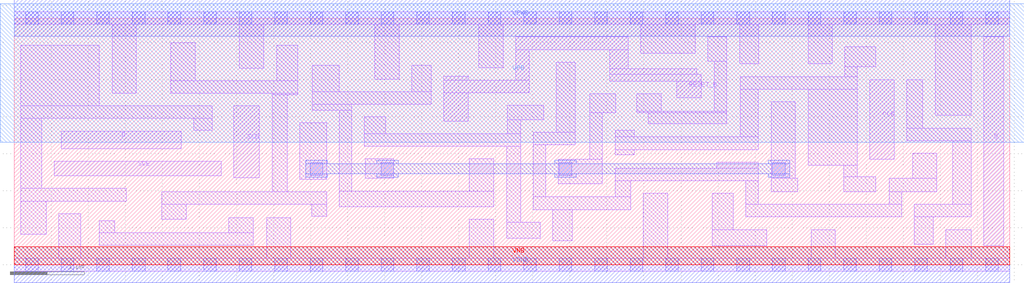
<source format=lef>
# Copyright 2020 The SkyWater PDK Authors
#
# Licensed under the Apache License, Version 2.0 (the "License");
# you may not use this file except in compliance with the License.
# You may obtain a copy of the License at
#
#     https://www.apache.org/licenses/LICENSE-2.0
#
# Unless required by applicable law or agreed to in writing, software
# distributed under the License is distributed on an "AS IS" BASIS,
# WITHOUT WARRANTIES OR CONDITIONS OF ANY KIND, either express or implied.
# See the License for the specific language governing permissions and
# limitations under the License.
#
# SPDX-License-Identifier: Apache-2.0

VERSION 5.7 ;
  NOWIREEXTENSIONATPIN ON ;
  DIVIDERCHAR "/" ;
  BUSBITCHARS "[]" ;
MACRO sky130_fd_sc_lp__sdfrtp_1
  CLASS CORE ;
  FOREIGN sky130_fd_sc_lp__sdfrtp_1 ;
  ORIGIN  0.000000  0.000000 ;
  SIZE  13.44000 BY  3.330000 ;
  SYMMETRY X Y R90 ;
  SITE unit ;
  PIN D
    ANTENNAGATEAREA  0.159000 ;
    DIRECTION INPUT ;
    USE SIGNAL ;
    PORT
      LAYER li1 ;
        RECT 0.635000 1.565000 2.255000 1.805000 ;
    END
  END D
  PIN Q
    ANTENNADIFFAREA  0.556500 ;
    DIRECTION OUTPUT ;
    USE SIGNAL ;
    PORT
      LAYER li1 ;
        RECT 13.085000 0.255000 13.355000 3.075000 ;
    END
  END Q
  PIN RESET_B
    ANTENNAGATEAREA  0.411000 ;
    DIRECTION INPUT ;
    USE SIGNAL ;
    PORT
      LAYER li1 ;
        RECT 5.800000 1.940000 6.130000 2.320000 ;
        RECT 5.800000 2.320000 6.950000 2.490000 ;
        RECT 5.800000 2.490000 6.130000 2.545000 ;
        RECT 6.770000 2.490000 6.950000 2.905000 ;
        RECT 6.770000 2.905000 8.285000 3.075000 ;
        RECT 8.035000 2.475000 9.270000 2.570000 ;
        RECT 8.035000 2.570000 9.215000 2.645000 ;
        RECT 8.035000 2.645000 8.285000 2.905000 ;
        RECT 8.940000 2.255000 9.270000 2.475000 ;
    END
  END RESET_B
  PIN SCD
    ANTENNAGATEAREA  0.159000 ;
    DIRECTION INPUT ;
    USE SIGNAL ;
    PORT
      LAYER li1 ;
        RECT 2.965000 1.175000 3.310000 2.145000 ;
    END
  END SCD
  PIN SCE
    ANTENNAGATEAREA  0.318000 ;
    DIRECTION INPUT ;
    USE SIGNAL ;
    PORT
      LAYER li1 ;
        RECT 0.540000 1.200000 2.795000 1.395000 ;
    END
  END SCE
  PIN CLK
    ANTENNAGATEAREA  0.315000 ;
    DIRECTION INPUT ;
    USE CLOCK ;
    PORT
      LAYER li1 ;
        RECT 11.550000 1.425000 11.880000 2.500000 ;
    END
  END CLK
  PIN VGND
    DIRECTION INOUT ;
    USE GROUND ;
    PORT
      LAYER met1 ;
        RECT 0.000000 -0.245000 13.440000 0.245000 ;
    END
  END VGND
  PIN VNB
    DIRECTION INOUT ;
    USE GROUND ;
    PORT
      LAYER pwell ;
        RECT 0.000000 0.000000 13.440000 0.245000 ;
    END
  END VNB
  PIN VPB
    DIRECTION INOUT ;
    USE POWER ;
    PORT
      LAYER nwell ;
        RECT -0.190000 1.655000 13.630000 3.520000 ;
    END
  END VPB
  PIN VPWR
    DIRECTION INOUT ;
    USE POWER ;
    PORT
      LAYER met1 ;
        RECT 0.000000 3.085000 13.440000 3.575000 ;
    END
  END VPWR
  OBS
    LAYER li1 ;
      RECT  0.000000 -0.085000 13.440000 0.085000 ;
      RECT  0.000000  3.245000 13.440000 3.415000 ;
      RECT  0.090000  0.415000  0.430000 0.860000 ;
      RECT  0.090000  0.860000  1.510000 1.030000 ;
      RECT  0.090000  1.030000  0.370000 1.975000 ;
      RECT  0.090000  1.975000  2.675000 2.145000 ;
      RECT  0.090000  2.145000  1.150000 2.965000 ;
      RECT  0.600000  0.085000  0.895000 0.690000 ;
      RECT  1.145000  0.265000  3.225000 0.435000 ;
      RECT  1.145000  0.435000  1.355000 0.595000 ;
      RECT  1.320000  2.315000  1.650000 3.245000 ;
      RECT  1.990000  0.615000  2.320000 0.815000 ;
      RECT  1.990000  0.815000  4.215000 0.985000 ;
      RECT  2.110000  2.315000  3.825000 2.485000 ;
      RECT  2.110000  2.485000  2.440000 2.995000 ;
      RECT  2.425000  1.815000  2.675000 1.975000 ;
      RECT  2.895000  0.435000  3.225000 0.635000 ;
      RECT  3.040000  2.655000  3.370000 3.245000 ;
      RECT  3.405000  0.085000  3.735000 0.635000 ;
      RECT  3.480000  0.985000  3.685000 2.295000 ;
      RECT  3.480000  2.295000  3.825000 2.315000 ;
      RECT  3.540000  2.485000  3.825000 2.965000 ;
      RECT  3.855000  1.155000  4.215000 1.915000 ;
      RECT  4.015000  0.655000  4.215000 0.815000 ;
      RECT  4.020000  2.085000  4.555000 2.165000 ;
      RECT  4.020000  2.165000  5.630000 2.335000 ;
      RECT  4.020000  2.335000  4.385000 2.690000 ;
      RECT  4.385000  0.785000  6.475000 0.995000 ;
      RECT  4.385000  0.995000  4.555000 2.085000 ;
      RECT  4.725000  1.600000  6.835000 1.770000 ;
      RECT  4.725000  1.770000  5.015000 1.995000 ;
      RECT  4.735000  1.165000  5.125000 1.430000 ;
      RECT  4.865000  2.505000  5.195000 3.245000 ;
      RECT  5.365000  2.335000  5.630000 2.690000 ;
      RECT  6.145000  0.085000  6.475000 0.615000 ;
      RECT  6.145000  0.995000  6.475000 1.430000 ;
      RECT  6.270000  2.660000  6.600000 3.245000 ;
      RECT  6.645000  0.355000  7.100000 0.575000 ;
      RECT  6.645000  0.575000  6.835000 1.600000 ;
      RECT  6.655000  1.770000  6.835000 1.960000 ;
      RECT  6.655000  1.960000  7.145000 2.150000 ;
      RECT  7.005000  0.745000  8.320000 0.915000 ;
      RECT  7.005000  0.915000  7.175000 1.620000 ;
      RECT  7.005000  1.620000  7.575000 1.790000 ;
      RECT  7.270000  0.325000  7.530000 0.745000 ;
      RECT  7.315000  1.790000  7.575000 2.735000 ;
      RECT  7.345000  1.095000  7.940000 1.425000 ;
      RECT  7.770000  1.425000  7.940000 2.055000 ;
      RECT  7.770000  2.055000  8.120000 2.305000 ;
      RECT  8.110000  0.915000  8.320000 1.135000 ;
      RECT  8.110000  1.135000 10.045000 1.305000 ;
      RECT  8.110000  1.485000  8.370000 1.555000 ;
      RECT  8.110000  1.555000 10.045000 1.725000 ;
      RECT  8.110000  1.725000  8.370000 1.815000 ;
      RECT  8.400000  2.055000  9.620000 2.075000 ;
      RECT  8.400000  2.075000  8.730000 2.305000 ;
      RECT  8.455000  2.855000  9.190000 3.245000 ;
      RECT  8.490000  0.085000  8.820000 0.965000 ;
      RECT  8.560000  1.905000  9.620000 2.055000 ;
      RECT  9.360000  2.745000  9.620000 3.075000 ;
      RECT  9.425000  0.255000 10.155000 0.475000 ;
      RECT  9.425000  0.475000  9.705000 0.965000 ;
      RECT  9.450000  2.075000  9.620000 2.745000 ;
      RECT  9.480000  1.305000 10.045000 1.385000 ;
      RECT  9.790000  2.710000 10.050000 3.245000 ;
      RECT  9.800000  1.725000 10.045000 2.370000 ;
      RECT  9.800000  2.370000 11.380000 2.540000 ;
      RECT  9.875000  0.645000 11.980000 0.815000 ;
      RECT  9.875000  0.815000 10.045000 1.135000 ;
      RECT 10.215000  0.985000 10.575000 1.165000 ;
      RECT 10.215000  1.165000 10.545000 2.200000 ;
      RECT 10.715000  1.345000 11.380000 2.370000 ;
      RECT 10.715000  2.710000 11.040000 3.245000 ;
      RECT 10.755000  0.085000 11.085000 0.475000 ;
      RECT 11.200000  0.985000 11.630000 1.185000 ;
      RECT 11.200000  1.185000 11.380000 1.345000 ;
      RECT 11.210000  2.540000 11.380000 2.670000 ;
      RECT 11.210000  2.670000 11.630000 2.940000 ;
      RECT 11.810000  0.815000 11.980000 0.985000 ;
      RECT 11.810000  0.985000 12.455000 1.165000 ;
      RECT 12.050000  1.675000 12.915000 1.845000 ;
      RECT 12.050000  1.845000 12.260000 2.495000 ;
      RECT 12.125000  1.165000 12.455000 1.505000 ;
      RECT 12.150000  0.275000 12.405000 0.645000 ;
      RECT 12.150000  0.645000 12.915000 0.815000 ;
      RECT 12.430000  2.015000 12.915000 3.245000 ;
      RECT 12.575000  0.085000 12.915000 0.475000 ;
      RECT 12.665000  0.815000 12.915000 1.675000 ;
    LAYER mcon ;
      RECT  0.155000 -0.085000  0.325000 0.085000 ;
      RECT  0.155000  3.245000  0.325000 3.415000 ;
      RECT  0.635000 -0.085000  0.805000 0.085000 ;
      RECT  0.635000  3.245000  0.805000 3.415000 ;
      RECT  1.115000 -0.085000  1.285000 0.085000 ;
      RECT  1.115000  3.245000  1.285000 3.415000 ;
      RECT  1.595000 -0.085000  1.765000 0.085000 ;
      RECT  1.595000  3.245000  1.765000 3.415000 ;
      RECT  2.075000 -0.085000  2.245000 0.085000 ;
      RECT  2.075000  3.245000  2.245000 3.415000 ;
      RECT  2.555000 -0.085000  2.725000 0.085000 ;
      RECT  2.555000  3.245000  2.725000 3.415000 ;
      RECT  3.035000 -0.085000  3.205000 0.085000 ;
      RECT  3.035000  3.245000  3.205000 3.415000 ;
      RECT  3.515000 -0.085000  3.685000 0.085000 ;
      RECT  3.515000  3.245000  3.685000 3.415000 ;
      RECT  3.995000 -0.085000  4.165000 0.085000 ;
      RECT  3.995000  1.210000  4.165000 1.380000 ;
      RECT  3.995000  3.245000  4.165000 3.415000 ;
      RECT  4.475000 -0.085000  4.645000 0.085000 ;
      RECT  4.475000  3.245000  4.645000 3.415000 ;
      RECT  4.955000 -0.085000  5.125000 0.085000 ;
      RECT  4.955000  1.210000  5.125000 1.380000 ;
      RECT  4.955000  3.245000  5.125000 3.415000 ;
      RECT  5.435000 -0.085000  5.605000 0.085000 ;
      RECT  5.435000  3.245000  5.605000 3.415000 ;
      RECT  5.915000 -0.085000  6.085000 0.085000 ;
      RECT  5.915000  3.245000  6.085000 3.415000 ;
      RECT  6.395000 -0.085000  6.565000 0.085000 ;
      RECT  6.395000  3.245000  6.565000 3.415000 ;
      RECT  6.875000 -0.085000  7.045000 0.085000 ;
      RECT  6.875000  3.245000  7.045000 3.415000 ;
      RECT  7.355000 -0.085000  7.525000 0.085000 ;
      RECT  7.355000  1.210000  7.525000 1.380000 ;
      RECT  7.355000  3.245000  7.525000 3.415000 ;
      RECT  7.835000 -0.085000  8.005000 0.085000 ;
      RECT  7.835000  3.245000  8.005000 3.415000 ;
      RECT  8.315000 -0.085000  8.485000 0.085000 ;
      RECT  8.315000  3.245000  8.485000 3.415000 ;
      RECT  8.795000 -0.085000  8.965000 0.085000 ;
      RECT  8.795000  3.245000  8.965000 3.415000 ;
      RECT  9.275000 -0.085000  9.445000 0.085000 ;
      RECT  9.275000  3.245000  9.445000 3.415000 ;
      RECT  9.755000 -0.085000  9.925000 0.085000 ;
      RECT  9.755000  3.245000  9.925000 3.415000 ;
      RECT 10.235000 -0.085000 10.405000 0.085000 ;
      RECT 10.235000  1.210000 10.405000 1.380000 ;
      RECT 10.235000  3.245000 10.405000 3.415000 ;
      RECT 10.715000 -0.085000 10.885000 0.085000 ;
      RECT 10.715000  3.245000 10.885000 3.415000 ;
      RECT 11.195000 -0.085000 11.365000 0.085000 ;
      RECT 11.195000  3.245000 11.365000 3.415000 ;
      RECT 11.675000 -0.085000 11.845000 0.085000 ;
      RECT 11.675000  3.245000 11.845000 3.415000 ;
      RECT 12.155000 -0.085000 12.325000 0.085000 ;
      RECT 12.155000  3.245000 12.325000 3.415000 ;
      RECT 12.635000 -0.085000 12.805000 0.085000 ;
      RECT 12.635000  3.245000 12.805000 3.415000 ;
      RECT 13.115000 -0.085000 13.285000 0.085000 ;
      RECT 13.115000  3.245000 13.285000 3.415000 ;
    LAYER met1 ;
      RECT  3.935000 1.180000  4.225000 1.225000 ;
      RECT  3.935000 1.225000 10.465000 1.365000 ;
      RECT  3.935000 1.365000  4.225000 1.410000 ;
      RECT  4.895000 1.180000  5.185000 1.225000 ;
      RECT  4.895000 1.365000  5.185000 1.410000 ;
      RECT  7.295000 1.180000  7.585000 1.225000 ;
      RECT  7.295000 1.365000  7.585000 1.410000 ;
      RECT 10.175000 1.180000 10.465000 1.225000 ;
      RECT 10.175000 1.365000 10.465000 1.410000 ;
  END
END sky130_fd_sc_lp__sdfrtp_1
END LIBRARY

</source>
